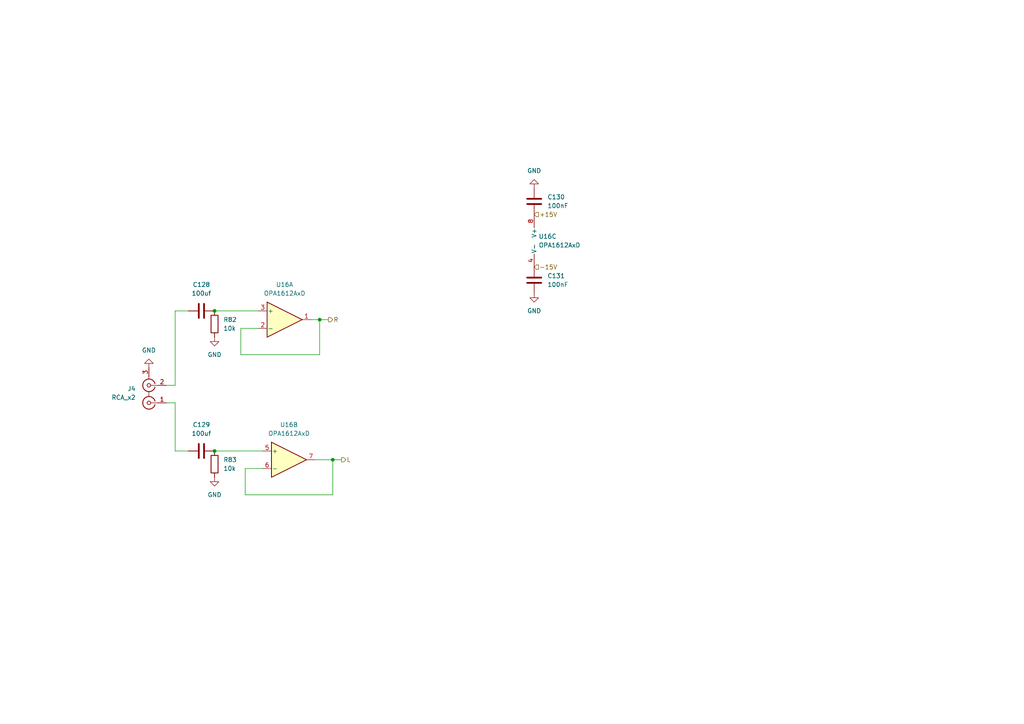
<source format=kicad_sch>
(kicad_sch (version 20250114) (generator "eeschema") (generator_version "9.0")
  (paper "A4")
  (lib_symbols
    (symbol "Amplifier_Operational:OPA1612AxD" (pin_names (offset 0.127))
      (property "Reference" "U" (at 0 5.08 0))
      (property "Value" "OPA1612AxD" (at 0 -5.08 0))
      (symbol "OPA1612AxD_1_1"
        (polyline (pts (xy -5.08 5.08) (xy 5.08 0) (xy -5.08 -5.08) (xy -5.08 5.08)) (stroke (width 0.254)) (fill (type background)))
        (pin input line (at -7.62 2.54 0) (length 2.54) (name "+") (number "3"))
        (pin input line (at -7.62 -2.54 0) (length 2.54) (name "-") (number "2"))
        (pin output line (at 7.62 0 180) (length 2.54) (name "~") (number "1"))
      )
      (symbol "OPA1612AxD_2_1"
        (polyline (pts (xy -5.08 5.08) (xy 5.08 0) (xy -5.08 -5.08) (xy -5.08 5.08)) (stroke (width 0.254)) (fill (type background)))
        (pin input line (at -7.62 2.54 0) (length 2.54) (name "+") (number "5"))
        (pin input line (at -7.62 -2.54 0) (length 2.54) (name "-") (number "6"))
        (pin output line (at 7.62 0 180) (length 2.54) (name "~") (number "7"))
      )
      (symbol "OPA1612AxD_3_1"
        (pin power_in line (at -2.54 7.62 270) (length 3.81) (name "V+") (number "8"))
        (pin power_in line (at -2.54 -7.62 90) (length 3.81) (name "V-") (number "4"))
      )
    )
    (symbol "Connector:Conn_Coaxial_x2" (pin_names (offset 1.016) (hide yes))
      (property "Reference" "J" (at 0 5.715 0))
      (property "Value" "Conn_Coaxial_x2" (at 2.921 0 90))
      (symbol "Conn_Coaxial_x2_0_1"
        (polyline (pts (xy -2.54 2.54) (xy -0.508 2.54)))
        (polyline (pts (xy -2.54 -2.54) (xy -0.508 -2.54)))
        (arc (start 1.778 2.54) (mid 0.222 0.7321) (end -1.778 2.032) (stroke (width 0.254)))
        (arc (start 1.778 -2.54) (mid 0.222 -4.3479) (end -1.778 -3.048) (stroke (width 0.254)))
        (arc (start -1.778 3.048) (mid 0.2221 4.3484) (end 1.778 2.54) (stroke (width 0.254)))
        (arc (start -1.778 -2.032) (mid 0.2221 -0.7316) (end 1.778 -2.54) (stroke (width 0.254)))
        (circle (center 0 2.54) (radius 0.508) (stroke (width 0.2032)))
        (polyline (pts (xy 0 0.762) (xy 0 -0.635)))
        (circle (center 0 -2.54) (radius 0.508) (stroke (width 0.2032)))
        (polyline (pts (xy 0 -5.08) (xy 0 -4.318)))
      )
      (symbol "Conn_Coaxial_x2_1_1"
        (pin passive line (at -5.08 2.54 0) (length 2.54) (name "IN1") (number "1"))
        (pin passive line (at -5.08 -2.54 0) (length 2.54) (name "IN2") (number "2"))
        (pin passive line (at 0 -7.62 90) (length 2.54) (name "EXT") (number "3"))
      )
    )
    (symbol "Device:C" (pin_numbers (hide yes)) (pin_names (offset 0.254))
      (property "Reference" "C" (at 0.635 2.54 0))
      (property "Value" "C" (at 0.635 -2.54 0))
      (symbol "C_0_1"
        (polyline (pts (xy -2.032 0.762) (xy 2.032 0.762)) (stroke (width 0.508)))
        (polyline (pts (xy -2.032 -0.762) (xy 2.032 -0.762)) (stroke (width 0.508)))
      )
      (symbol "C_1_1"
        (pin passive line (at 0 3.81 270) (length 2.794) (name "~") (number "1"))
        (pin passive line (at 0 -3.81 90) (length 2.794) (name "~") (number "2"))
      )
    )
    (symbol "Device:R" (pin_numbers (hide yes)) (pin_names (offset 0))
      (property "Reference" "R" (at 2.032 0 90))
      (property "Value" "R" (at 0 0 90))
      (symbol "R_0_1"
        (rectangle (start -1.016 -2.54) (end 1.016 2.54) (stroke (width 0.254)))
      )
      (symbol "R_1_1"
        (pin passive line (at 0 3.81 270) (length 1.27) (name "~") (number "1"))
        (pin passive line (at 0 -3.81 90) (length 1.27) (name "~") (number "2"))
      )
    )
    (symbol "power:GND" (power) (pin_numbers (hide yes)) (pin_names (offset 0) (hide yes))
      (property "Value" "GND" (at 0 -3.81 0))
      (symbol "GND_0_1"
        (polyline (pts (xy 0 0) (xy 0 -1.27) (xy 1.27 -1.27) (xy 0 -2.54) (xy -1.27 -1.27) (xy 0 -1.27)))
      )
      (symbol "GND_1_1"
        (pin power_in line (at 0 0 270) (length 0) (name "~") (number "1"))
      )
    )
  )
  (junction (at 62.23 90.17))
  (junction (at 96.52 133.35))
  (junction (at 92.71 92.71))
  (junction (at 62.23 130.81))
  (wire (pts (xy 71.12 135.89) (xy 71.12 143.51)))
  (wire (pts (xy 96.52 133.35) (xy 99.06 133.35)))
  (wire (pts (xy 96.52 143.51) (xy 96.52 133.35)))
  (wire (pts (xy 92.71 102.87) (xy 92.71 92.71)))
  (wire (pts (xy 50.8 116.84) (xy 48.26 116.84)))
  (wire (pts (xy 96.52 133.35) (xy 91.44 133.35)))
  (wire (pts (xy 50.8 111.76) (xy 48.26 111.76)))
  (wire (pts (xy 62.23 130.81) (xy 76.2 130.81)))
  (wire (pts (xy 54.61 90.17) (xy 50.8 90.17)))
  (wire (pts (xy 50.8 90.17) (xy 50.8 111.76)))
  (wire (pts (xy 71.12 143.51) (xy 96.52 143.51)))
  (wire (pts (xy 62.23 90.17) (xy 74.93 90.17)))
  (wire (pts (xy 92.71 92.71) (xy 95.25 92.71)))
  (wire (pts (xy 76.2 135.89) (xy 71.12 135.89)))
  (wire (pts (xy 69.85 95.25) (xy 69.85 102.87)))
  (wire (pts (xy 74.93 95.25) (xy 69.85 95.25)))
  (wire (pts (xy 69.85 102.87) (xy 92.71 102.87)))
  (wire (pts (xy 54.61 130.81) (xy 50.8 130.81)))
  (wire (pts (xy 50.8 130.81) (xy 50.8 116.84)))
  (wire (pts (xy 90.17 92.71) (xy 92.71 92.71)))
  (hierarchical_label "-15V" (shape input) (at 154.94 77.47 0))
  (hierarchical_label "L" (shape output) (at 99.06 133.35 0))
  (hierarchical_label "R" (shape output) (at 95.25 92.71 0))
  (hierarchical_label "+15V" (shape input) (at 154.94 62.23 0))
  (symbol (lib_id "Amplifier_Operational:OPA1612AxD") (at 83.82 133.35 0) (unit 2)
    (property "Reference" "U16" (at 83.82 123.19 0))
    (property "Value" "OPA1612AxD" (at 83.82 125.73 0))
    (property "Footprint" "Package_SO:SOIC-8_5.3x6.2mm_P1.27mm" (effects (hide yes)))
    (property "Datasheet" "http://www.ti.com/lit/ds/symlink/opa1612.pdf" (effects (hide yes)))
    (property "Description" "Dual SoundPlus High Performance, Bipolar-Input Audio Operational Amplifiers, SOIC-8" (effects (hide yes)))
  )
  (symbol (lib_id "Device:C") (at 154.94 81.28 180) (unit 1)
    (property "Reference" "C131" (at 158.75 80.0099 0) (effects (justify right)))
    (property "Value" "100nF" (at 158.75 82.5499 0) (effects (justify right)))
    (property "Footprint" "Capacitor_SMD:C_0805_2012Metric" (effects (hide yes)))
    (property "Description" "Unpolarized capacitor" (effects (hide yes)))
  )
  (symbol (lib_id "power:GND") (at 62.23 97.79 0) (unit 1)
    (property "Reference" "#PWR0207" (effects (hide yes)))
    (property "Value" "GND" (at 62.23 102.87 0))
    (property "Description" "Power symbol creates a global label with name \"GND\" , ground" (effects (hide yes)))
  )
  (symbol (lib_id "Device:R") (at 62.23 93.98 0) (unit 1)
    (property "Reference" "R82" (at 64.77 92.7099 0) (effects (justify left)))
    (property "Value" "10k" (at 64.77 95.2499 0) (effects (justify left)))
    (property "Footprint" "Resistor_SMD:R_MiniMELF_MMA-0204" (effects (hide yes)))
    (property "Description" "Resistor" (effects (hide yes)))
  )
  (symbol (lib_id "Device:R") (at 62.23 134.62 0) (unit 1)
    (property "Reference" "R83" (at 64.77 133.3499 0) (effects (justify left)))
    (property "Value" "10k" (at 64.77 135.8899 0) (effects (justify left)))
    (property "Footprint" "Resistor_SMD:R_MiniMELF_MMA-0204" (effects (hide yes)))
    (property "Description" "Resistor" (effects (hide yes)))
  )
  (symbol (lib_id "Device:C") (at 154.94 58.42 0) (unit 1)
    (property "Reference" "C130" (at 158.75 57.1499 0) (effects (justify left)))
    (property "Value" "100nF" (at 158.75 59.6899 0) (effects (justify left)))
    (property "Footprint" "Capacitor_SMD:C_0805_2012Metric" (effects (hide yes)))
    (property "Description" "Unpolarized capacitor" (effects (hide yes)))
  )
  (symbol (lib_id "power:GND") (at 154.94 85.09 0) (unit 1)
    (property "Reference" "#PWR0210" (effects (hide yes)))
    (property "Value" "GND" (at 154.94 90.17 0))
    (property "Description" "Power symbol creates a global label with name \"GND\" , ground" (effects (hide yes)))
  )
  (symbol (lib_id "Amplifier_Operational:OPA1612AxD") (at 157.48 69.85 0) (unit 3)
    (property "Reference" "U16" (at 156.21 68.5799 0) (effects (justify left)))
    (property "Value" "OPA1612AxD" (at 156.21 71.1199 0) (effects (justify left)))
    (property "Footprint" "Package_SO:SOIC-8_5.3x6.2mm_P1.27mm" (effects (hide yes)))
    (property "Datasheet" "http://www.ti.com/lit/ds/symlink/opa1612.pdf" (effects (hide yes)))
    (property "Description" "Dual SoundPlus High Performance, Bipolar-Input Audio Operational Amplifiers, SOIC-8" (effects (hide yes)))
  )
  (symbol (lib_id "power:GND") (at 43.18 106.68 180) (unit 1)
    (property "Reference" "#PWR0328" (effects (hide yes)))
    (property "Value" "GND" (at 43.18 101.6 0))
    (property "Description" "Power symbol creates a global label with name \"GND\" , ground" (effects (hide yes)))
  )
  (symbol (lib_id "Device:C") (at 58.42 90.17 90) (unit 1)
    (property "Reference" "C128" (at 58.42 82.55 90))
    (property "Value" "100uf" (at 58.42 85.09 90))
    (property "Footprint" "Capacitor_THT:C_Radial_D10.0mm_H20.0mm_P5.00mm" (effects (hide yes)))
    (property "Description" "Unpolarized capacitor" (effects (hide yes)))
  )
  (symbol (lib_id "Amplifier_Operational:OPA1612AxD") (at 82.55 92.71 0) (unit 1)
    (property "Reference" "U16" (at 82.55 82.55 0))
    (property "Value" "OPA1612AxD" (at 82.55 85.09 0))
    (property "Footprint" "Package_SO:SOIC-8_5.3x6.2mm_P1.27mm" (effects (hide yes)))
    (property "Datasheet" "http://www.ti.com/lit/ds/symlink/opa1612.pdf" (effects (hide yes)))
    (property "Description" "Dual SoundPlus High Performance, Bipolar-Input Audio Operational Amplifiers, SOIC-8" (effects (hide yes)))
  )
  (symbol (lib_id "Connector:Conn_Coaxial_x2") (at 43.18 114.3 180) (unit 1)
    (property "Reference" "J4" (at 39.37 112.7367 0) (effects (justify left)))
    (property "Value" "RCA_x2" (at 39.37 115.2767 0) (effects (justify left)))
    (property "Footprint" "Inputs:CONN-TH_XDJK-0271-1650" (effects (hide yes)))
    (property "Description" "double coaxial connector (BNC, SMA, SMB, SMC, Cinch/RCA, LEMO, ...)" (effects (hide yes)))
  )
  (symbol (lib_id "power:GND") (at 154.94 54.61 180) (unit 1)
    (property "Reference" "#PWR0209" (effects (hide yes)))
    (property "Value" "GND" (at 154.94 49.53 0))
    (property "Description" "Power symbol creates a global label with name \"GND\" , ground" (effects (hide yes)))
  )
  (symbol (lib_id "Device:C") (at 58.42 130.81 90) (unit 1)
    (property "Reference" "C129" (at 58.42 123.19 90))
    (property "Value" "100uf" (at 58.42 125.73 90))
    (property "Footprint" "Capacitor_THT:C_Radial_D10.0mm_H20.0mm_P5.00mm" (effects (hide yes)))
    (property "Description" "Unpolarized capacitor" (effects (hide yes)))
  )
  (symbol (lib_id "power:GND") (at 62.23 138.43 0) (unit 1)
    (property "Reference" "#PWR0208" (effects (hide yes)))
    (property "Value" "GND" (at 62.23 143.51 0))
    (property "Description" "Power symbol creates a global label with name \"GND\" , ground" (effects (hide yes)))
  )
)
</source>
